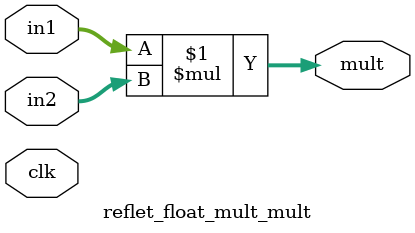
<source format=v>
/*---------------------------\
|This module let multiply two|
|floating point numbers.     |
\---------------------------*/

module reflet_float_mult #(
    parameter float_size = 32
    )(
    input clk,
    input enable,
    input [float_size-1:0] in1,
    input [float_size-1:0] in2,
    output [float_size-1:0] mult
    );

    `include "reflet_float.vh"

    //Separating various parts of numbers
    wire [mantissa_size(float_size)-1:0] mnt1 = in1[mantissa_size(float_size)-1:0];
    wire [exponent_size(float_size)-1:0] exp1 = in1[exponent_size(float_size)+mantissa_size(float_size)-1:mantissa_size(float_size)];
    wire sign1 = in1[float_size-1];
    wire [mantissa_size(float_size)-1:0] mnt2 = in2[mantissa_size(float_size)-1:0];
    wire [exponent_size(float_size)-1:0] exp2 = in2[exponent_size(float_size)+mantissa_size(float_size)-1:mantissa_size(float_size)];
    wire sign2 = in2[float_size-1];

    //Doing the computaion
    wire [exponent_size(float_size)-1:0] exp_sum = exp1 + exp2 - exponent_bias(float_size) + 1; 
    wire [2*mantissa_size(float_size)+1:0] mnt_product;
    reflet_float_mult_mult #(.size(mantissa_size(float_size)+1)) mult_hard (clk, {1'b1, mnt1}, {1'b1, mnt2}, mnt_product);
    wire [mantissa_size(float_size)-1:0] mnt_ret = mnt_product[2*mantissa_size(float_size):mantissa_size(float_size)+1];
    wire sign_ret = sign1 ^ sign2;

    //Merging the result
    wire [float_size-2:0] mult_abs = ( in1[float_size-2:0] == 0 || in2[float_size-2:0] == 0 ? 0 :
                                       {exp_sum, mnt_ret} );
    wire [float_size-1:0] mult_ret = {sign_ret, mult_abs};

    //exporting result
    assign mult = ( enable ? mult_ret : 0 );

endmodule



/*-----------------------------------\
|This module handle a multiplication.|
|I separated it to addapted to the   |
|target material if needed.          |
\-----------------------------------*/

module reflet_float_mult_mult #(
    parameter size = 10
    )(
    input clk,
    input [size-1:0] in1,
    input [size-1:0] in2,
    output [2*size-1:0] mult
    );

    assign mult = in1 * in2;

endmodule


</source>
